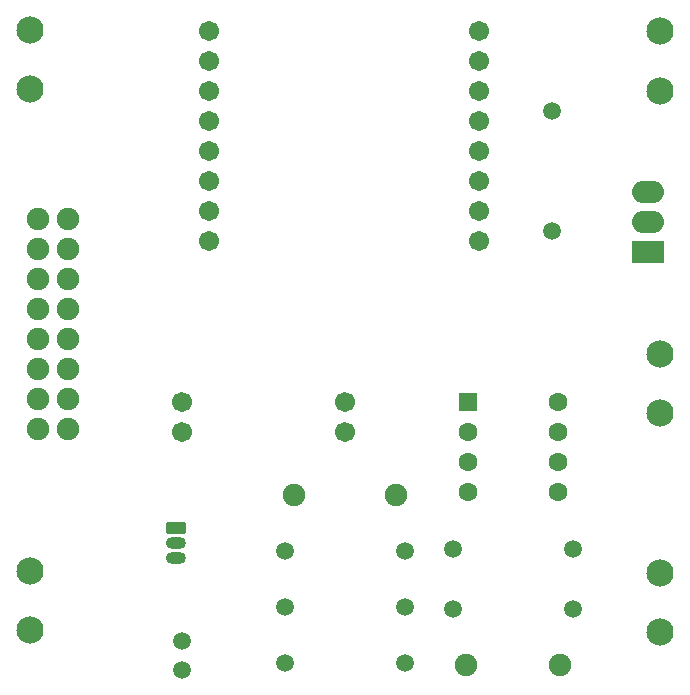
<source format=gts>
G04 Layer: TopSolderMaskLayer*
G04 EasyEDA v6.5.34, 2023-10-20 22:40:53*
G04 e57982c86cb447f5a272f3456a71b57b,57889503967a4714bf52c07adae62c9a,10*
G04 Gerber Generator version 0.2*
G04 Scale: 100 percent, Rotated: No, Reflected: No *
G04 Dimensions in millimeters *
G04 leading zeros omitted , absolute positions ,4 integer and 5 decimal *
%FSLAX45Y45*%
%MOMM*%

%AMMACRO1*1,1,$1,$2,$3*1,1,$1,$4,$5*1,1,$1,0-$2,0-$3*1,1,$1,0-$4,0-$5*20,1,$1,$2,$3,$4,$5,0*20,1,$1,$4,$5,0-$2,0-$3,0*20,1,$1,0-$2,0-$3,0-$4,0-$5,0*20,1,$1,0-$4,0-$5,$2,$3,0*4,1,4,$2,$3,$4,$5,0-$2,0-$3,0-$4,0-$5,$2,$3,0*%
%ADD10C,1.7016*%
%ADD11C,1.9016*%
%ADD12C,1.5016*%
%ADD13O,1.7015968X1.0015981999999999*%
%ADD14MACRO1,0.1016X0.8X0.45X0.8X-0.45*%
%ADD15C,1.5016*%
%ADD16C,1.7112*%
%ADD17C,2.3016*%
%ADD18MACRO1,0.1016X0.75X0.75X0.75X-0.75*%
%ADD19C,1.6016*%
%ADD20O,2.7015948X1.9015964*%
%ADD21MACRO1,0.1016X-1.3X-0.9X-1.3X0.9*%

%LPD*%
D10*
G01*
X2298700Y9042400D03*
G01*
X2298700Y9296400D03*
G01*
X3683002Y9042394D03*
G01*
X3683002Y9296394D03*
D11*
G01*
X3247994Y8512820D03*
G01*
X4117995Y8512820D03*
G01*
X5503971Y7068004D03*
G01*
X4703973Y7068004D03*
D12*
G01*
X2298951Y7273363D03*
G01*
X2298951Y7033079D03*
D13*
G01*
X2250897Y7974444D03*
G01*
X2250897Y8101444D03*
D14*
G01*
X2250897Y8228443D03*
D15*
G01*
X3172995Y7564607D03*
G01*
X4193009Y7564607D03*
G01*
X3172995Y7093000D03*
G01*
X4193009Y7093000D03*
G01*
X3172995Y8036214D03*
G01*
X4193009Y8036214D03*
G01*
X4593973Y8054228D03*
G01*
X5613986Y8054228D03*
G01*
X5613986Y7548618D03*
G01*
X4593973Y7548618D03*
G01*
X5435600Y10742193D03*
G01*
X5435600Y11762206D03*
D16*
G01*
X4819850Y10661700D03*
G01*
X2533850Y10661700D03*
G01*
X4819850Y12439700D03*
G01*
X4819850Y12185700D03*
G01*
X4819850Y11931700D03*
G01*
X4819850Y11677700D03*
G01*
X4819850Y11423700D03*
G01*
X4819850Y11169700D03*
G01*
X4819850Y10915700D03*
G01*
X2533850Y12439700D03*
G01*
X2533850Y12185700D03*
G01*
X2533850Y11931700D03*
G01*
X2533850Y11677700D03*
G01*
X2533850Y11423700D03*
G01*
X2533850Y11169700D03*
G01*
X2533850Y10915700D03*
D11*
G01*
X1079500Y10845800D03*
G01*
X1333500Y10845800D03*
G01*
X1079500Y10591800D03*
G01*
X1333500Y10591800D03*
G01*
X1079500Y10337800D03*
G01*
X1333500Y10337800D03*
G01*
X1079500Y10083800D03*
G01*
X1333500Y10083800D03*
G01*
X1079500Y9829800D03*
G01*
X1333500Y9829800D03*
G01*
X1079500Y9575800D03*
G01*
X1333500Y9575800D03*
G01*
X1079500Y9321800D03*
G01*
X1333500Y9321800D03*
G01*
X1079500Y9067800D03*
G01*
X1333500Y9067800D03*
D17*
G01*
X6348577Y9705200D03*
G01*
X6348577Y9205201D03*
G01*
X1016000Y7370000D03*
G01*
X1016000Y7869999D03*
G01*
X1016000Y11946001D03*
G01*
X1016000Y12446000D03*
G01*
X6348577Y12435700D03*
G01*
X6348577Y11935701D03*
G01*
X6348577Y7851000D03*
G01*
X6348577Y7351001D03*
D18*
G01*
X4722977Y9301901D03*
D19*
G01*
X4722977Y9047901D03*
G01*
X4722977Y8793901D03*
G01*
X4722977Y8539901D03*
G01*
X5484977Y9301901D03*
G01*
X5484977Y9047901D03*
G01*
X5484977Y8793901D03*
G01*
X5484977Y8539901D03*
D20*
G01*
X6243977Y10822449D03*
G01*
X6244968Y11076475D03*
D21*
G01*
X6243977Y10568449D03*
M02*

</source>
